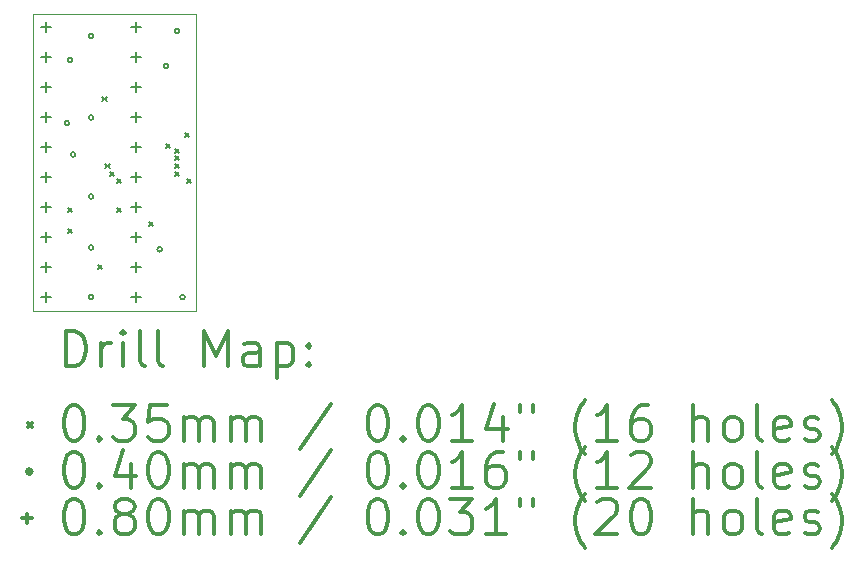
<source format=gbr>
%FSLAX45Y45*%
G04 Gerber Fmt 4.5, Leading zero omitted, Abs format (unit mm)*
G04 Created by KiCad (PCBNEW (5.1.5)-3) date 2020-06-23 21:54:54*
%MOMM*%
%LPD*%
G04 APERTURE LIST*
%TA.AperFunction,Profile*%
%ADD10C,0.120000*%
%TD*%
%ADD11C,0.200000*%
%ADD12C,0.300000*%
G04 APERTURE END LIST*
D10*
X11938000Y-9512300D02*
X11938000Y-6997700D01*
X10553700Y-9512300D02*
X11938000Y-9512300D01*
X10553700Y-6997700D02*
X10553700Y-9512300D01*
X11938000Y-6997700D02*
X10553700Y-6997700D01*
D11*
X10853700Y-8643900D02*
X10888700Y-8678900D01*
X10888700Y-8643900D02*
X10853700Y-8678900D01*
X10853700Y-8821700D02*
X10888700Y-8856700D01*
X10888700Y-8821700D02*
X10853700Y-8856700D01*
X11107700Y-9126500D02*
X11142700Y-9161500D01*
X11142700Y-9126500D02*
X11107700Y-9161500D01*
X11145800Y-7704100D02*
X11180800Y-7739100D01*
X11180800Y-7704100D02*
X11145800Y-7739100D01*
X11171200Y-8269250D02*
X11206200Y-8304250D01*
X11206200Y-8269250D02*
X11171200Y-8304250D01*
X11209300Y-8335290D02*
X11244300Y-8370290D01*
X11244300Y-8335290D02*
X11209300Y-8370290D01*
X11266450Y-8643900D02*
X11301450Y-8678900D01*
X11301450Y-8643900D02*
X11266450Y-8678900D01*
X11268990Y-8400060D02*
X11303990Y-8435060D01*
X11303990Y-8400060D02*
X11268990Y-8435060D01*
X11542780Y-8760000D02*
X11577780Y-8795000D01*
X11577780Y-8760000D02*
X11542780Y-8795000D01*
X11682095Y-8104505D02*
X11717095Y-8139505D01*
X11717095Y-8104505D02*
X11682095Y-8139505D01*
X11757940Y-8139710D02*
X11792940Y-8174710D01*
X11792940Y-8139710D02*
X11757940Y-8174710D01*
X11759210Y-8204480D02*
X11794210Y-8239480D01*
X11794210Y-8204480D02*
X11759210Y-8239480D01*
X11759210Y-8270520D02*
X11794210Y-8305520D01*
X11794210Y-8270520D02*
X11759210Y-8305520D01*
X11759210Y-8335290D02*
X11794210Y-8370290D01*
X11794210Y-8335290D02*
X11759210Y-8370290D01*
X11844300Y-8008900D02*
X11879300Y-8043900D01*
X11879300Y-8008900D02*
X11844300Y-8043900D01*
X11859540Y-8400060D02*
X11894540Y-8435060D01*
X11894540Y-8400060D02*
X11859540Y-8435060D01*
X10865800Y-7926070D02*
G75*
G03X10865800Y-7926070I-20000J0D01*
G01*
X10891200Y-7391400D02*
G75*
G03X10891200Y-7391400I-20000J0D01*
G01*
X10916600Y-8191500D02*
G75*
G03X10916600Y-8191500I-20000J0D01*
G01*
X11069000Y-7188200D02*
G75*
G03X11069000Y-7188200I-20000J0D01*
G01*
X11069000Y-7877810D02*
G75*
G03X11069000Y-7877810I-20000J0D01*
G01*
X11069000Y-8547100D02*
G75*
G03X11069000Y-8547100I-20000J0D01*
G01*
X11069000Y-8978900D02*
G75*
G03X11069000Y-8978900I-20000J0D01*
G01*
X11069000Y-9398000D02*
G75*
G03X11069000Y-9398000I-20000J0D01*
G01*
X11650660Y-8992870D02*
G75*
G03X11650660Y-8992870I-20000J0D01*
G01*
X11704000Y-7442200D02*
G75*
G03X11704000Y-7442200I-20000J0D01*
G01*
X11795440Y-7145020D02*
G75*
G03X11795440Y-7145020I-20000J0D01*
G01*
X11843700Y-9398000D02*
G75*
G03X11843700Y-9398000I-20000J0D01*
G01*
X10668000Y-7072000D02*
X10668000Y-7152000D01*
X10628000Y-7112000D02*
X10708000Y-7112000D01*
X10668000Y-7326000D02*
X10668000Y-7406000D01*
X10628000Y-7366000D02*
X10708000Y-7366000D01*
X10668000Y-7580000D02*
X10668000Y-7660000D01*
X10628000Y-7620000D02*
X10708000Y-7620000D01*
X10668000Y-7834000D02*
X10668000Y-7914000D01*
X10628000Y-7874000D02*
X10708000Y-7874000D01*
X10668000Y-8088000D02*
X10668000Y-8168000D01*
X10628000Y-8128000D02*
X10708000Y-8128000D01*
X10668000Y-8342000D02*
X10668000Y-8422000D01*
X10628000Y-8382000D02*
X10708000Y-8382000D01*
X10668000Y-8596000D02*
X10668000Y-8676000D01*
X10628000Y-8636000D02*
X10708000Y-8636000D01*
X10668000Y-8850000D02*
X10668000Y-8930000D01*
X10628000Y-8890000D02*
X10708000Y-8890000D01*
X10668000Y-9104000D02*
X10668000Y-9184000D01*
X10628000Y-9144000D02*
X10708000Y-9144000D01*
X10668000Y-9358000D02*
X10668000Y-9438000D01*
X10628000Y-9398000D02*
X10708000Y-9398000D01*
X11430000Y-7072000D02*
X11430000Y-7152000D01*
X11390000Y-7112000D02*
X11470000Y-7112000D01*
X11430000Y-7326000D02*
X11430000Y-7406000D01*
X11390000Y-7366000D02*
X11470000Y-7366000D01*
X11430000Y-7580000D02*
X11430000Y-7660000D01*
X11390000Y-7620000D02*
X11470000Y-7620000D01*
X11430000Y-7834000D02*
X11430000Y-7914000D01*
X11390000Y-7874000D02*
X11470000Y-7874000D01*
X11430000Y-8088000D02*
X11430000Y-8168000D01*
X11390000Y-8128000D02*
X11470000Y-8128000D01*
X11430000Y-8342000D02*
X11430000Y-8422000D01*
X11390000Y-8382000D02*
X11470000Y-8382000D01*
X11430000Y-8596000D02*
X11430000Y-8676000D01*
X11390000Y-8636000D02*
X11470000Y-8636000D01*
X11430000Y-8850000D02*
X11430000Y-8930000D01*
X11390000Y-8890000D02*
X11470000Y-8890000D01*
X11430000Y-9104000D02*
X11430000Y-9184000D01*
X11390000Y-9144000D02*
X11470000Y-9144000D01*
X11430000Y-9358000D02*
X11430000Y-9438000D01*
X11390000Y-9398000D02*
X11470000Y-9398000D01*
D12*
X10834128Y-9984014D02*
X10834128Y-9684014D01*
X10905557Y-9684014D01*
X10948414Y-9698300D01*
X10976986Y-9726872D01*
X10991271Y-9755443D01*
X11005557Y-9812586D01*
X11005557Y-9855443D01*
X10991271Y-9912586D01*
X10976986Y-9941157D01*
X10948414Y-9969729D01*
X10905557Y-9984014D01*
X10834128Y-9984014D01*
X11134128Y-9984014D02*
X11134128Y-9784014D01*
X11134128Y-9841157D02*
X11148414Y-9812586D01*
X11162700Y-9798300D01*
X11191271Y-9784014D01*
X11219843Y-9784014D01*
X11319843Y-9984014D02*
X11319843Y-9784014D01*
X11319843Y-9684014D02*
X11305557Y-9698300D01*
X11319843Y-9712586D01*
X11334128Y-9698300D01*
X11319843Y-9684014D01*
X11319843Y-9712586D01*
X11505557Y-9984014D02*
X11476986Y-9969729D01*
X11462700Y-9941157D01*
X11462700Y-9684014D01*
X11662700Y-9984014D02*
X11634128Y-9969729D01*
X11619843Y-9941157D01*
X11619843Y-9684014D01*
X12005557Y-9984014D02*
X12005557Y-9684014D01*
X12105557Y-9898300D01*
X12205557Y-9684014D01*
X12205557Y-9984014D01*
X12476986Y-9984014D02*
X12476986Y-9826872D01*
X12462700Y-9798300D01*
X12434128Y-9784014D01*
X12376986Y-9784014D01*
X12348414Y-9798300D01*
X12476986Y-9969729D02*
X12448414Y-9984014D01*
X12376986Y-9984014D01*
X12348414Y-9969729D01*
X12334128Y-9941157D01*
X12334128Y-9912586D01*
X12348414Y-9884014D01*
X12376986Y-9869729D01*
X12448414Y-9869729D01*
X12476986Y-9855443D01*
X12619843Y-9784014D02*
X12619843Y-10084014D01*
X12619843Y-9798300D02*
X12648414Y-9784014D01*
X12705557Y-9784014D01*
X12734128Y-9798300D01*
X12748414Y-9812586D01*
X12762700Y-9841157D01*
X12762700Y-9926872D01*
X12748414Y-9955443D01*
X12734128Y-9969729D01*
X12705557Y-9984014D01*
X12648414Y-9984014D01*
X12619843Y-9969729D01*
X12891271Y-9955443D02*
X12905557Y-9969729D01*
X12891271Y-9984014D01*
X12876986Y-9969729D01*
X12891271Y-9955443D01*
X12891271Y-9984014D01*
X12891271Y-9798300D02*
X12905557Y-9812586D01*
X12891271Y-9826872D01*
X12876986Y-9812586D01*
X12891271Y-9798300D01*
X12891271Y-9826872D01*
X10512700Y-10460800D02*
X10547700Y-10495800D01*
X10547700Y-10460800D02*
X10512700Y-10495800D01*
X10891271Y-10314014D02*
X10919843Y-10314014D01*
X10948414Y-10328300D01*
X10962700Y-10342586D01*
X10976986Y-10371157D01*
X10991271Y-10428300D01*
X10991271Y-10499729D01*
X10976986Y-10556872D01*
X10962700Y-10585443D01*
X10948414Y-10599729D01*
X10919843Y-10614014D01*
X10891271Y-10614014D01*
X10862700Y-10599729D01*
X10848414Y-10585443D01*
X10834128Y-10556872D01*
X10819843Y-10499729D01*
X10819843Y-10428300D01*
X10834128Y-10371157D01*
X10848414Y-10342586D01*
X10862700Y-10328300D01*
X10891271Y-10314014D01*
X11119843Y-10585443D02*
X11134128Y-10599729D01*
X11119843Y-10614014D01*
X11105557Y-10599729D01*
X11119843Y-10585443D01*
X11119843Y-10614014D01*
X11234128Y-10314014D02*
X11419843Y-10314014D01*
X11319843Y-10428300D01*
X11362700Y-10428300D01*
X11391271Y-10442586D01*
X11405557Y-10456872D01*
X11419843Y-10485443D01*
X11419843Y-10556872D01*
X11405557Y-10585443D01*
X11391271Y-10599729D01*
X11362700Y-10614014D01*
X11276986Y-10614014D01*
X11248414Y-10599729D01*
X11234128Y-10585443D01*
X11691271Y-10314014D02*
X11548414Y-10314014D01*
X11534128Y-10456872D01*
X11548414Y-10442586D01*
X11576986Y-10428300D01*
X11648414Y-10428300D01*
X11676986Y-10442586D01*
X11691271Y-10456872D01*
X11705557Y-10485443D01*
X11705557Y-10556872D01*
X11691271Y-10585443D01*
X11676986Y-10599729D01*
X11648414Y-10614014D01*
X11576986Y-10614014D01*
X11548414Y-10599729D01*
X11534128Y-10585443D01*
X11834128Y-10614014D02*
X11834128Y-10414014D01*
X11834128Y-10442586D02*
X11848414Y-10428300D01*
X11876986Y-10414014D01*
X11919843Y-10414014D01*
X11948414Y-10428300D01*
X11962700Y-10456872D01*
X11962700Y-10614014D01*
X11962700Y-10456872D02*
X11976986Y-10428300D01*
X12005557Y-10414014D01*
X12048414Y-10414014D01*
X12076986Y-10428300D01*
X12091271Y-10456872D01*
X12091271Y-10614014D01*
X12234128Y-10614014D02*
X12234128Y-10414014D01*
X12234128Y-10442586D02*
X12248414Y-10428300D01*
X12276986Y-10414014D01*
X12319843Y-10414014D01*
X12348414Y-10428300D01*
X12362700Y-10456872D01*
X12362700Y-10614014D01*
X12362700Y-10456872D02*
X12376986Y-10428300D01*
X12405557Y-10414014D01*
X12448414Y-10414014D01*
X12476986Y-10428300D01*
X12491271Y-10456872D01*
X12491271Y-10614014D01*
X13076986Y-10299729D02*
X12819843Y-10685443D01*
X13462700Y-10314014D02*
X13491271Y-10314014D01*
X13519843Y-10328300D01*
X13534128Y-10342586D01*
X13548414Y-10371157D01*
X13562700Y-10428300D01*
X13562700Y-10499729D01*
X13548414Y-10556872D01*
X13534128Y-10585443D01*
X13519843Y-10599729D01*
X13491271Y-10614014D01*
X13462700Y-10614014D01*
X13434128Y-10599729D01*
X13419843Y-10585443D01*
X13405557Y-10556872D01*
X13391271Y-10499729D01*
X13391271Y-10428300D01*
X13405557Y-10371157D01*
X13419843Y-10342586D01*
X13434128Y-10328300D01*
X13462700Y-10314014D01*
X13691271Y-10585443D02*
X13705557Y-10599729D01*
X13691271Y-10614014D01*
X13676986Y-10599729D01*
X13691271Y-10585443D01*
X13691271Y-10614014D01*
X13891271Y-10314014D02*
X13919843Y-10314014D01*
X13948414Y-10328300D01*
X13962700Y-10342586D01*
X13976986Y-10371157D01*
X13991271Y-10428300D01*
X13991271Y-10499729D01*
X13976986Y-10556872D01*
X13962700Y-10585443D01*
X13948414Y-10599729D01*
X13919843Y-10614014D01*
X13891271Y-10614014D01*
X13862700Y-10599729D01*
X13848414Y-10585443D01*
X13834128Y-10556872D01*
X13819843Y-10499729D01*
X13819843Y-10428300D01*
X13834128Y-10371157D01*
X13848414Y-10342586D01*
X13862700Y-10328300D01*
X13891271Y-10314014D01*
X14276986Y-10614014D02*
X14105557Y-10614014D01*
X14191271Y-10614014D02*
X14191271Y-10314014D01*
X14162700Y-10356872D01*
X14134128Y-10385443D01*
X14105557Y-10399729D01*
X14534128Y-10414014D02*
X14534128Y-10614014D01*
X14462700Y-10299729D02*
X14391271Y-10514014D01*
X14576986Y-10514014D01*
X14676986Y-10314014D02*
X14676986Y-10371157D01*
X14791271Y-10314014D02*
X14791271Y-10371157D01*
X15234128Y-10728300D02*
X15219843Y-10714014D01*
X15191271Y-10671157D01*
X15176986Y-10642586D01*
X15162700Y-10599729D01*
X15148414Y-10528300D01*
X15148414Y-10471157D01*
X15162700Y-10399729D01*
X15176986Y-10356872D01*
X15191271Y-10328300D01*
X15219843Y-10285443D01*
X15234128Y-10271157D01*
X15505557Y-10614014D02*
X15334128Y-10614014D01*
X15419843Y-10614014D02*
X15419843Y-10314014D01*
X15391271Y-10356872D01*
X15362700Y-10385443D01*
X15334128Y-10399729D01*
X15762700Y-10314014D02*
X15705557Y-10314014D01*
X15676986Y-10328300D01*
X15662700Y-10342586D01*
X15634128Y-10385443D01*
X15619843Y-10442586D01*
X15619843Y-10556872D01*
X15634128Y-10585443D01*
X15648414Y-10599729D01*
X15676986Y-10614014D01*
X15734128Y-10614014D01*
X15762700Y-10599729D01*
X15776986Y-10585443D01*
X15791271Y-10556872D01*
X15791271Y-10485443D01*
X15776986Y-10456872D01*
X15762700Y-10442586D01*
X15734128Y-10428300D01*
X15676986Y-10428300D01*
X15648414Y-10442586D01*
X15634128Y-10456872D01*
X15619843Y-10485443D01*
X16148414Y-10614014D02*
X16148414Y-10314014D01*
X16276986Y-10614014D02*
X16276986Y-10456872D01*
X16262700Y-10428300D01*
X16234128Y-10414014D01*
X16191271Y-10414014D01*
X16162700Y-10428300D01*
X16148414Y-10442586D01*
X16462700Y-10614014D02*
X16434128Y-10599729D01*
X16419843Y-10585443D01*
X16405557Y-10556872D01*
X16405557Y-10471157D01*
X16419843Y-10442586D01*
X16434128Y-10428300D01*
X16462700Y-10414014D01*
X16505557Y-10414014D01*
X16534128Y-10428300D01*
X16548414Y-10442586D01*
X16562700Y-10471157D01*
X16562700Y-10556872D01*
X16548414Y-10585443D01*
X16534128Y-10599729D01*
X16505557Y-10614014D01*
X16462700Y-10614014D01*
X16734128Y-10614014D02*
X16705557Y-10599729D01*
X16691271Y-10571157D01*
X16691271Y-10314014D01*
X16962700Y-10599729D02*
X16934128Y-10614014D01*
X16876986Y-10614014D01*
X16848414Y-10599729D01*
X16834128Y-10571157D01*
X16834128Y-10456872D01*
X16848414Y-10428300D01*
X16876986Y-10414014D01*
X16934128Y-10414014D01*
X16962700Y-10428300D01*
X16976986Y-10456872D01*
X16976986Y-10485443D01*
X16834128Y-10514014D01*
X17091271Y-10599729D02*
X17119843Y-10614014D01*
X17176986Y-10614014D01*
X17205557Y-10599729D01*
X17219843Y-10571157D01*
X17219843Y-10556872D01*
X17205557Y-10528300D01*
X17176986Y-10514014D01*
X17134128Y-10514014D01*
X17105557Y-10499729D01*
X17091271Y-10471157D01*
X17091271Y-10456872D01*
X17105557Y-10428300D01*
X17134128Y-10414014D01*
X17176986Y-10414014D01*
X17205557Y-10428300D01*
X17319843Y-10728300D02*
X17334128Y-10714014D01*
X17362700Y-10671157D01*
X17376986Y-10642586D01*
X17391271Y-10599729D01*
X17405557Y-10528300D01*
X17405557Y-10471157D01*
X17391271Y-10399729D01*
X17376986Y-10356872D01*
X17362700Y-10328300D01*
X17334128Y-10285443D01*
X17319843Y-10271157D01*
X10547700Y-10874300D02*
G75*
G03X10547700Y-10874300I-20000J0D01*
G01*
X10891271Y-10710014D02*
X10919843Y-10710014D01*
X10948414Y-10724300D01*
X10962700Y-10738586D01*
X10976986Y-10767157D01*
X10991271Y-10824300D01*
X10991271Y-10895729D01*
X10976986Y-10952872D01*
X10962700Y-10981443D01*
X10948414Y-10995729D01*
X10919843Y-11010014D01*
X10891271Y-11010014D01*
X10862700Y-10995729D01*
X10848414Y-10981443D01*
X10834128Y-10952872D01*
X10819843Y-10895729D01*
X10819843Y-10824300D01*
X10834128Y-10767157D01*
X10848414Y-10738586D01*
X10862700Y-10724300D01*
X10891271Y-10710014D01*
X11119843Y-10981443D02*
X11134128Y-10995729D01*
X11119843Y-11010014D01*
X11105557Y-10995729D01*
X11119843Y-10981443D01*
X11119843Y-11010014D01*
X11391271Y-10810014D02*
X11391271Y-11010014D01*
X11319843Y-10695729D02*
X11248414Y-10910014D01*
X11434128Y-10910014D01*
X11605557Y-10710014D02*
X11634128Y-10710014D01*
X11662700Y-10724300D01*
X11676986Y-10738586D01*
X11691271Y-10767157D01*
X11705557Y-10824300D01*
X11705557Y-10895729D01*
X11691271Y-10952872D01*
X11676986Y-10981443D01*
X11662700Y-10995729D01*
X11634128Y-11010014D01*
X11605557Y-11010014D01*
X11576986Y-10995729D01*
X11562700Y-10981443D01*
X11548414Y-10952872D01*
X11534128Y-10895729D01*
X11534128Y-10824300D01*
X11548414Y-10767157D01*
X11562700Y-10738586D01*
X11576986Y-10724300D01*
X11605557Y-10710014D01*
X11834128Y-11010014D02*
X11834128Y-10810014D01*
X11834128Y-10838586D02*
X11848414Y-10824300D01*
X11876986Y-10810014D01*
X11919843Y-10810014D01*
X11948414Y-10824300D01*
X11962700Y-10852872D01*
X11962700Y-11010014D01*
X11962700Y-10852872D02*
X11976986Y-10824300D01*
X12005557Y-10810014D01*
X12048414Y-10810014D01*
X12076986Y-10824300D01*
X12091271Y-10852872D01*
X12091271Y-11010014D01*
X12234128Y-11010014D02*
X12234128Y-10810014D01*
X12234128Y-10838586D02*
X12248414Y-10824300D01*
X12276986Y-10810014D01*
X12319843Y-10810014D01*
X12348414Y-10824300D01*
X12362700Y-10852872D01*
X12362700Y-11010014D01*
X12362700Y-10852872D02*
X12376986Y-10824300D01*
X12405557Y-10810014D01*
X12448414Y-10810014D01*
X12476986Y-10824300D01*
X12491271Y-10852872D01*
X12491271Y-11010014D01*
X13076986Y-10695729D02*
X12819843Y-11081443D01*
X13462700Y-10710014D02*
X13491271Y-10710014D01*
X13519843Y-10724300D01*
X13534128Y-10738586D01*
X13548414Y-10767157D01*
X13562700Y-10824300D01*
X13562700Y-10895729D01*
X13548414Y-10952872D01*
X13534128Y-10981443D01*
X13519843Y-10995729D01*
X13491271Y-11010014D01*
X13462700Y-11010014D01*
X13434128Y-10995729D01*
X13419843Y-10981443D01*
X13405557Y-10952872D01*
X13391271Y-10895729D01*
X13391271Y-10824300D01*
X13405557Y-10767157D01*
X13419843Y-10738586D01*
X13434128Y-10724300D01*
X13462700Y-10710014D01*
X13691271Y-10981443D02*
X13705557Y-10995729D01*
X13691271Y-11010014D01*
X13676986Y-10995729D01*
X13691271Y-10981443D01*
X13691271Y-11010014D01*
X13891271Y-10710014D02*
X13919843Y-10710014D01*
X13948414Y-10724300D01*
X13962700Y-10738586D01*
X13976986Y-10767157D01*
X13991271Y-10824300D01*
X13991271Y-10895729D01*
X13976986Y-10952872D01*
X13962700Y-10981443D01*
X13948414Y-10995729D01*
X13919843Y-11010014D01*
X13891271Y-11010014D01*
X13862700Y-10995729D01*
X13848414Y-10981443D01*
X13834128Y-10952872D01*
X13819843Y-10895729D01*
X13819843Y-10824300D01*
X13834128Y-10767157D01*
X13848414Y-10738586D01*
X13862700Y-10724300D01*
X13891271Y-10710014D01*
X14276986Y-11010014D02*
X14105557Y-11010014D01*
X14191271Y-11010014D02*
X14191271Y-10710014D01*
X14162700Y-10752872D01*
X14134128Y-10781443D01*
X14105557Y-10795729D01*
X14534128Y-10710014D02*
X14476986Y-10710014D01*
X14448414Y-10724300D01*
X14434128Y-10738586D01*
X14405557Y-10781443D01*
X14391271Y-10838586D01*
X14391271Y-10952872D01*
X14405557Y-10981443D01*
X14419843Y-10995729D01*
X14448414Y-11010014D01*
X14505557Y-11010014D01*
X14534128Y-10995729D01*
X14548414Y-10981443D01*
X14562700Y-10952872D01*
X14562700Y-10881443D01*
X14548414Y-10852872D01*
X14534128Y-10838586D01*
X14505557Y-10824300D01*
X14448414Y-10824300D01*
X14419843Y-10838586D01*
X14405557Y-10852872D01*
X14391271Y-10881443D01*
X14676986Y-10710014D02*
X14676986Y-10767157D01*
X14791271Y-10710014D02*
X14791271Y-10767157D01*
X15234128Y-11124300D02*
X15219843Y-11110014D01*
X15191271Y-11067157D01*
X15176986Y-11038586D01*
X15162700Y-10995729D01*
X15148414Y-10924300D01*
X15148414Y-10867157D01*
X15162700Y-10795729D01*
X15176986Y-10752872D01*
X15191271Y-10724300D01*
X15219843Y-10681443D01*
X15234128Y-10667157D01*
X15505557Y-11010014D02*
X15334128Y-11010014D01*
X15419843Y-11010014D02*
X15419843Y-10710014D01*
X15391271Y-10752872D01*
X15362700Y-10781443D01*
X15334128Y-10795729D01*
X15619843Y-10738586D02*
X15634128Y-10724300D01*
X15662700Y-10710014D01*
X15734128Y-10710014D01*
X15762700Y-10724300D01*
X15776986Y-10738586D01*
X15791271Y-10767157D01*
X15791271Y-10795729D01*
X15776986Y-10838586D01*
X15605557Y-11010014D01*
X15791271Y-11010014D01*
X16148414Y-11010014D02*
X16148414Y-10710014D01*
X16276986Y-11010014D02*
X16276986Y-10852872D01*
X16262700Y-10824300D01*
X16234128Y-10810014D01*
X16191271Y-10810014D01*
X16162700Y-10824300D01*
X16148414Y-10838586D01*
X16462700Y-11010014D02*
X16434128Y-10995729D01*
X16419843Y-10981443D01*
X16405557Y-10952872D01*
X16405557Y-10867157D01*
X16419843Y-10838586D01*
X16434128Y-10824300D01*
X16462700Y-10810014D01*
X16505557Y-10810014D01*
X16534128Y-10824300D01*
X16548414Y-10838586D01*
X16562700Y-10867157D01*
X16562700Y-10952872D01*
X16548414Y-10981443D01*
X16534128Y-10995729D01*
X16505557Y-11010014D01*
X16462700Y-11010014D01*
X16734128Y-11010014D02*
X16705557Y-10995729D01*
X16691271Y-10967157D01*
X16691271Y-10710014D01*
X16962700Y-10995729D02*
X16934128Y-11010014D01*
X16876986Y-11010014D01*
X16848414Y-10995729D01*
X16834128Y-10967157D01*
X16834128Y-10852872D01*
X16848414Y-10824300D01*
X16876986Y-10810014D01*
X16934128Y-10810014D01*
X16962700Y-10824300D01*
X16976986Y-10852872D01*
X16976986Y-10881443D01*
X16834128Y-10910014D01*
X17091271Y-10995729D02*
X17119843Y-11010014D01*
X17176986Y-11010014D01*
X17205557Y-10995729D01*
X17219843Y-10967157D01*
X17219843Y-10952872D01*
X17205557Y-10924300D01*
X17176986Y-10910014D01*
X17134128Y-10910014D01*
X17105557Y-10895729D01*
X17091271Y-10867157D01*
X17091271Y-10852872D01*
X17105557Y-10824300D01*
X17134128Y-10810014D01*
X17176986Y-10810014D01*
X17205557Y-10824300D01*
X17319843Y-11124300D02*
X17334128Y-11110014D01*
X17362700Y-11067157D01*
X17376986Y-11038586D01*
X17391271Y-10995729D01*
X17405557Y-10924300D01*
X17405557Y-10867157D01*
X17391271Y-10795729D01*
X17376986Y-10752872D01*
X17362700Y-10724300D01*
X17334128Y-10681443D01*
X17319843Y-10667157D01*
X10507700Y-11230300D02*
X10507700Y-11310300D01*
X10467700Y-11270300D02*
X10547700Y-11270300D01*
X10891271Y-11106014D02*
X10919843Y-11106014D01*
X10948414Y-11120300D01*
X10962700Y-11134586D01*
X10976986Y-11163157D01*
X10991271Y-11220300D01*
X10991271Y-11291729D01*
X10976986Y-11348871D01*
X10962700Y-11377443D01*
X10948414Y-11391729D01*
X10919843Y-11406014D01*
X10891271Y-11406014D01*
X10862700Y-11391729D01*
X10848414Y-11377443D01*
X10834128Y-11348871D01*
X10819843Y-11291729D01*
X10819843Y-11220300D01*
X10834128Y-11163157D01*
X10848414Y-11134586D01*
X10862700Y-11120300D01*
X10891271Y-11106014D01*
X11119843Y-11377443D02*
X11134128Y-11391729D01*
X11119843Y-11406014D01*
X11105557Y-11391729D01*
X11119843Y-11377443D01*
X11119843Y-11406014D01*
X11305557Y-11234586D02*
X11276986Y-11220300D01*
X11262700Y-11206014D01*
X11248414Y-11177443D01*
X11248414Y-11163157D01*
X11262700Y-11134586D01*
X11276986Y-11120300D01*
X11305557Y-11106014D01*
X11362700Y-11106014D01*
X11391271Y-11120300D01*
X11405557Y-11134586D01*
X11419843Y-11163157D01*
X11419843Y-11177443D01*
X11405557Y-11206014D01*
X11391271Y-11220300D01*
X11362700Y-11234586D01*
X11305557Y-11234586D01*
X11276986Y-11248871D01*
X11262700Y-11263157D01*
X11248414Y-11291729D01*
X11248414Y-11348871D01*
X11262700Y-11377443D01*
X11276986Y-11391729D01*
X11305557Y-11406014D01*
X11362700Y-11406014D01*
X11391271Y-11391729D01*
X11405557Y-11377443D01*
X11419843Y-11348871D01*
X11419843Y-11291729D01*
X11405557Y-11263157D01*
X11391271Y-11248871D01*
X11362700Y-11234586D01*
X11605557Y-11106014D02*
X11634128Y-11106014D01*
X11662700Y-11120300D01*
X11676986Y-11134586D01*
X11691271Y-11163157D01*
X11705557Y-11220300D01*
X11705557Y-11291729D01*
X11691271Y-11348871D01*
X11676986Y-11377443D01*
X11662700Y-11391729D01*
X11634128Y-11406014D01*
X11605557Y-11406014D01*
X11576986Y-11391729D01*
X11562700Y-11377443D01*
X11548414Y-11348871D01*
X11534128Y-11291729D01*
X11534128Y-11220300D01*
X11548414Y-11163157D01*
X11562700Y-11134586D01*
X11576986Y-11120300D01*
X11605557Y-11106014D01*
X11834128Y-11406014D02*
X11834128Y-11206014D01*
X11834128Y-11234586D02*
X11848414Y-11220300D01*
X11876986Y-11206014D01*
X11919843Y-11206014D01*
X11948414Y-11220300D01*
X11962700Y-11248871D01*
X11962700Y-11406014D01*
X11962700Y-11248871D02*
X11976986Y-11220300D01*
X12005557Y-11206014D01*
X12048414Y-11206014D01*
X12076986Y-11220300D01*
X12091271Y-11248871D01*
X12091271Y-11406014D01*
X12234128Y-11406014D02*
X12234128Y-11206014D01*
X12234128Y-11234586D02*
X12248414Y-11220300D01*
X12276986Y-11206014D01*
X12319843Y-11206014D01*
X12348414Y-11220300D01*
X12362700Y-11248871D01*
X12362700Y-11406014D01*
X12362700Y-11248871D02*
X12376986Y-11220300D01*
X12405557Y-11206014D01*
X12448414Y-11206014D01*
X12476986Y-11220300D01*
X12491271Y-11248871D01*
X12491271Y-11406014D01*
X13076986Y-11091729D02*
X12819843Y-11477443D01*
X13462700Y-11106014D02*
X13491271Y-11106014D01*
X13519843Y-11120300D01*
X13534128Y-11134586D01*
X13548414Y-11163157D01*
X13562700Y-11220300D01*
X13562700Y-11291729D01*
X13548414Y-11348871D01*
X13534128Y-11377443D01*
X13519843Y-11391729D01*
X13491271Y-11406014D01*
X13462700Y-11406014D01*
X13434128Y-11391729D01*
X13419843Y-11377443D01*
X13405557Y-11348871D01*
X13391271Y-11291729D01*
X13391271Y-11220300D01*
X13405557Y-11163157D01*
X13419843Y-11134586D01*
X13434128Y-11120300D01*
X13462700Y-11106014D01*
X13691271Y-11377443D02*
X13705557Y-11391729D01*
X13691271Y-11406014D01*
X13676986Y-11391729D01*
X13691271Y-11377443D01*
X13691271Y-11406014D01*
X13891271Y-11106014D02*
X13919843Y-11106014D01*
X13948414Y-11120300D01*
X13962700Y-11134586D01*
X13976986Y-11163157D01*
X13991271Y-11220300D01*
X13991271Y-11291729D01*
X13976986Y-11348871D01*
X13962700Y-11377443D01*
X13948414Y-11391729D01*
X13919843Y-11406014D01*
X13891271Y-11406014D01*
X13862700Y-11391729D01*
X13848414Y-11377443D01*
X13834128Y-11348871D01*
X13819843Y-11291729D01*
X13819843Y-11220300D01*
X13834128Y-11163157D01*
X13848414Y-11134586D01*
X13862700Y-11120300D01*
X13891271Y-11106014D01*
X14091271Y-11106014D02*
X14276986Y-11106014D01*
X14176986Y-11220300D01*
X14219843Y-11220300D01*
X14248414Y-11234586D01*
X14262700Y-11248871D01*
X14276986Y-11277443D01*
X14276986Y-11348871D01*
X14262700Y-11377443D01*
X14248414Y-11391729D01*
X14219843Y-11406014D01*
X14134128Y-11406014D01*
X14105557Y-11391729D01*
X14091271Y-11377443D01*
X14562700Y-11406014D02*
X14391271Y-11406014D01*
X14476986Y-11406014D02*
X14476986Y-11106014D01*
X14448414Y-11148872D01*
X14419843Y-11177443D01*
X14391271Y-11191729D01*
X14676986Y-11106014D02*
X14676986Y-11163157D01*
X14791271Y-11106014D02*
X14791271Y-11163157D01*
X15234128Y-11520300D02*
X15219843Y-11506014D01*
X15191271Y-11463157D01*
X15176986Y-11434586D01*
X15162700Y-11391729D01*
X15148414Y-11320300D01*
X15148414Y-11263157D01*
X15162700Y-11191729D01*
X15176986Y-11148872D01*
X15191271Y-11120300D01*
X15219843Y-11077443D01*
X15234128Y-11063157D01*
X15334128Y-11134586D02*
X15348414Y-11120300D01*
X15376986Y-11106014D01*
X15448414Y-11106014D01*
X15476986Y-11120300D01*
X15491271Y-11134586D01*
X15505557Y-11163157D01*
X15505557Y-11191729D01*
X15491271Y-11234586D01*
X15319843Y-11406014D01*
X15505557Y-11406014D01*
X15691271Y-11106014D02*
X15719843Y-11106014D01*
X15748414Y-11120300D01*
X15762700Y-11134586D01*
X15776986Y-11163157D01*
X15791271Y-11220300D01*
X15791271Y-11291729D01*
X15776986Y-11348871D01*
X15762700Y-11377443D01*
X15748414Y-11391729D01*
X15719843Y-11406014D01*
X15691271Y-11406014D01*
X15662700Y-11391729D01*
X15648414Y-11377443D01*
X15634128Y-11348871D01*
X15619843Y-11291729D01*
X15619843Y-11220300D01*
X15634128Y-11163157D01*
X15648414Y-11134586D01*
X15662700Y-11120300D01*
X15691271Y-11106014D01*
X16148414Y-11406014D02*
X16148414Y-11106014D01*
X16276986Y-11406014D02*
X16276986Y-11248871D01*
X16262700Y-11220300D01*
X16234128Y-11206014D01*
X16191271Y-11206014D01*
X16162700Y-11220300D01*
X16148414Y-11234586D01*
X16462700Y-11406014D02*
X16434128Y-11391729D01*
X16419843Y-11377443D01*
X16405557Y-11348871D01*
X16405557Y-11263157D01*
X16419843Y-11234586D01*
X16434128Y-11220300D01*
X16462700Y-11206014D01*
X16505557Y-11206014D01*
X16534128Y-11220300D01*
X16548414Y-11234586D01*
X16562700Y-11263157D01*
X16562700Y-11348871D01*
X16548414Y-11377443D01*
X16534128Y-11391729D01*
X16505557Y-11406014D01*
X16462700Y-11406014D01*
X16734128Y-11406014D02*
X16705557Y-11391729D01*
X16691271Y-11363157D01*
X16691271Y-11106014D01*
X16962700Y-11391729D02*
X16934128Y-11406014D01*
X16876986Y-11406014D01*
X16848414Y-11391729D01*
X16834128Y-11363157D01*
X16834128Y-11248871D01*
X16848414Y-11220300D01*
X16876986Y-11206014D01*
X16934128Y-11206014D01*
X16962700Y-11220300D01*
X16976986Y-11248871D01*
X16976986Y-11277443D01*
X16834128Y-11306014D01*
X17091271Y-11391729D02*
X17119843Y-11406014D01*
X17176986Y-11406014D01*
X17205557Y-11391729D01*
X17219843Y-11363157D01*
X17219843Y-11348871D01*
X17205557Y-11320300D01*
X17176986Y-11306014D01*
X17134128Y-11306014D01*
X17105557Y-11291729D01*
X17091271Y-11263157D01*
X17091271Y-11248871D01*
X17105557Y-11220300D01*
X17134128Y-11206014D01*
X17176986Y-11206014D01*
X17205557Y-11220300D01*
X17319843Y-11520300D02*
X17334128Y-11506014D01*
X17362700Y-11463157D01*
X17376986Y-11434586D01*
X17391271Y-11391729D01*
X17405557Y-11320300D01*
X17405557Y-11263157D01*
X17391271Y-11191729D01*
X17376986Y-11148872D01*
X17362700Y-11120300D01*
X17334128Y-11077443D01*
X17319843Y-11063157D01*
M02*

</source>
